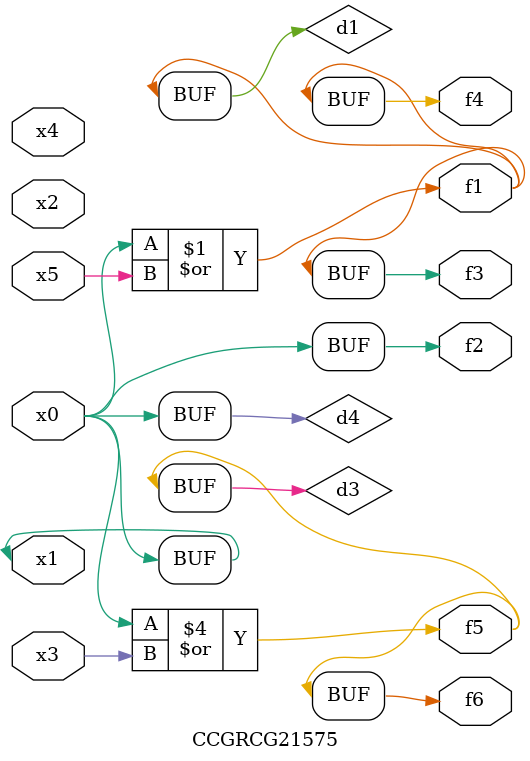
<source format=v>
module CCGRCG21575(
	input x0, x1, x2, x3, x4, x5,
	output f1, f2, f3, f4, f5, f6
);

	wire d1, d2, d3, d4;

	or (d1, x0, x5);
	xnor (d2, x1, x4);
	or (d3, x0, x3);
	buf (d4, x0, x1);
	assign f1 = d1;
	assign f2 = d4;
	assign f3 = d1;
	assign f4 = d1;
	assign f5 = d3;
	assign f6 = d3;
endmodule

</source>
